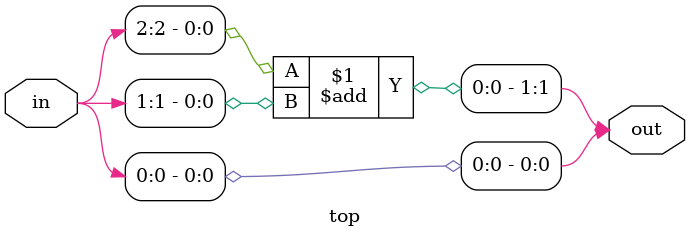
<source format=sv>
module top (
    input [2:0] in,
    output [1:0] out
);

    assign out[1] = in[2] + in[1];
    assign out[0] = in[0];

endmodule

</source>
